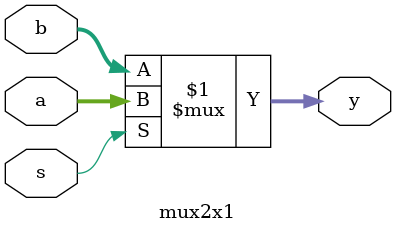
<source format=v>
module mux2x1 (
    input   [31:0] a, b,
    input   s,
    output  [31:0] y
); 

assign y =  (s) ? a : b;

endmodule
</source>
